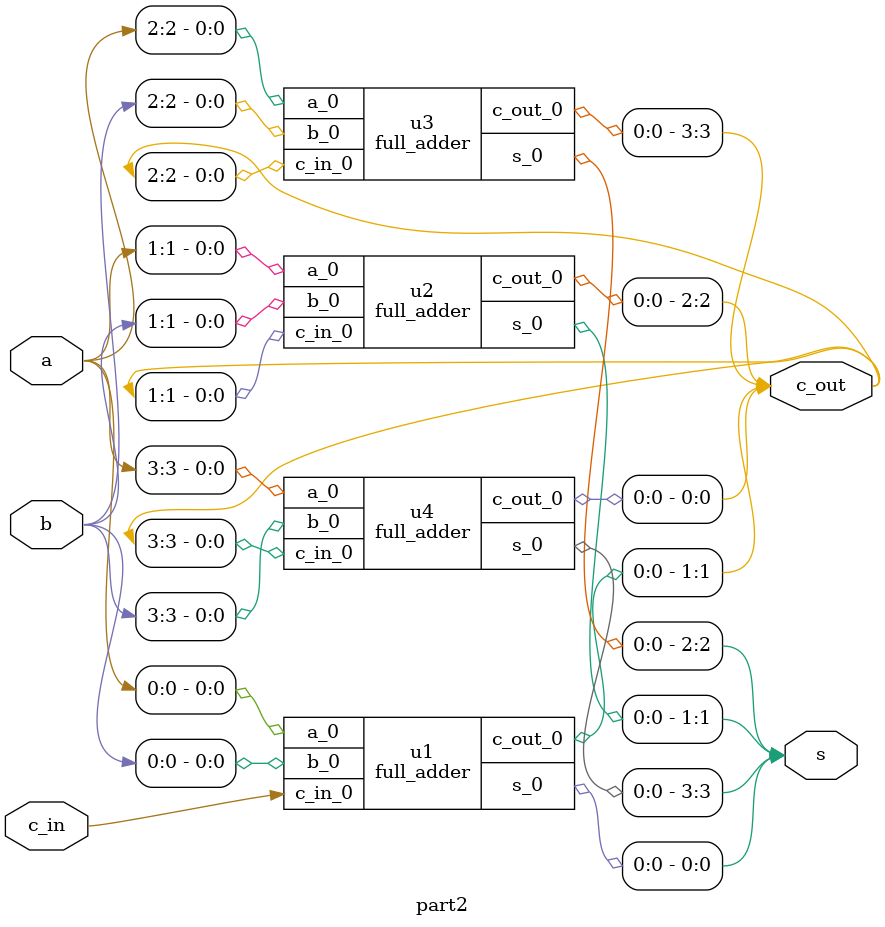
<source format=v>
module mux2to1(x, y, sel, m);
    input x; //select 0
    input y; //select 1
    input sel; //select signal
    output m; //output
  
    //assign m = s & y | ~s & x;
    // OR
    assign m = sel ? y : x;

endmodule


module full_adder(a_0, b_0, c_in_0, s_0, c_out_0);
	//Set inputs and outputs
	input a_0, b_0, c_in_0;
	output c_out_0, s_0;
	
	//Define wire that is the output of XOR of A and B
	wire xor_a_b; 
	assign xor_a_b = a_0^b_0;
	
	//Define 's' bit
	assign s_0 = c_in_0^xor_a_b;
	
	//Instantiate mux2to1 module, with inputs c_in, b, xor_a_b
	mux2to1 u1(
		.x(b_0),
		.y(c_in_0),
		.sel(xor_a_b),
		.m(c_out_0));
	
endmodule

module part2(a, b, c_in, s, c_out); //top module, module part2 declaration
	input [3:0] a;
	input [3:0] b;
	input c_in;
	output [3:0] c_out;
	output [3:0] s;

	full_adder u1(
		.a_0(a[0]),
		.b_0(b[0]),
		.c_in_0(c_in),
		.s_0(s[0]),
		.c_out_0(c_out[1]));
	
	full_adder u2(
		.a_0(a[1]),
		.b_0(b[1]),
		.c_in_0(c_out[1]),
		.s_0(s[1]),
		.c_out_0(c_out[2]));
		
	full_adder u3(
		.a_0(a[2]),
		.b_0(b[2]),
		.c_in_0(c_out[2]),
		.s_0(s[2]),
		.c_out_0(c_out[3]));
		
	full_adder u4(
		.a_0(a[3]),
		.b_0(b[3]),
		.c_in_0(c_out[3]),
		.s_0(s[3]),
		.c_out_0(c_out[0]));
	

endmodule
</source>
